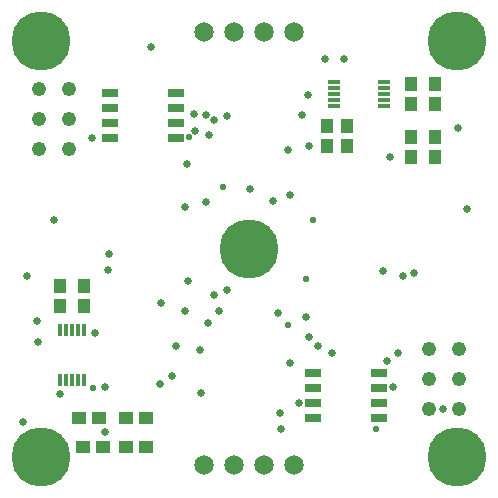
<source format=gbr>
G04 EAGLE Gerber RS-274X export*
G75*
%MOMM*%
%FSLAX34Y34*%
%LPD*%
%INSoldermask Bottom*%
%IPPOS*%
%AMOC8*
5,1,8,0,0,1.08239X$1,22.5*%
G01*
%ADD10C,1.657000*%
%ADD11C,1.221313*%
%ADD12R,1.227000X1.127000*%
%ADD13R,1.127000X1.227000*%
%ADD14R,0.432000X1.016000*%
%ADD15R,1.016000X0.432000*%
%ADD16R,1.327000X0.727000*%
%ADD17C,3.327000*%
%ADD18C,5.000000*%
%ADD19C,0.652000*%
%ADD20C,0.584200*%


D10*
X161900Y16500D03*
X187300Y16500D03*
X212700Y16500D03*
X238100Y16500D03*
D11*
X22300Y335400D03*
X22300Y310000D03*
X22300Y284600D03*
X47700Y335400D03*
X47700Y310000D03*
X47700Y284600D03*
D10*
X161900Y383500D03*
X187300Y383500D03*
X212700Y383500D03*
X238100Y383500D03*
D11*
X352300Y115400D03*
X352300Y90000D03*
X352300Y64600D03*
X377700Y115400D03*
X377700Y90000D03*
X377700Y64600D03*
D12*
X72500Y57000D03*
X55500Y57000D03*
D13*
X265400Y304100D03*
X265400Y287100D03*
X282600Y304300D03*
X282600Y287300D03*
X357000Y322500D03*
X357000Y339500D03*
X337000Y339500D03*
X337000Y322500D03*
X357000Y294500D03*
X357000Y277500D03*
X337000Y277500D03*
X337000Y294500D03*
X60000Y151500D03*
X60000Y168500D03*
X40000Y151500D03*
X40000Y168500D03*
D12*
X112500Y32000D03*
X95500Y32000D03*
X95500Y57000D03*
X112500Y57000D03*
X59500Y32000D03*
X76500Y32000D03*
D14*
X50000Y131055D03*
X55000Y131055D03*
X45000Y131055D03*
X60000Y131055D03*
X40000Y131055D03*
X50000Y88945D03*
X55000Y88945D03*
X60000Y88945D03*
X45000Y88945D03*
X40000Y88945D03*
D15*
X271945Y331000D03*
X271945Y336000D03*
X271945Y326000D03*
X271945Y341000D03*
X271945Y321000D03*
X314055Y331000D03*
X314055Y336000D03*
X314055Y341000D03*
X314055Y326000D03*
X314055Y321000D03*
D16*
X138000Y332050D03*
X138000Y319350D03*
X138000Y306650D03*
X138000Y293950D03*
X82000Y293950D03*
X82000Y306650D03*
X82000Y319350D03*
X82000Y332050D03*
X310000Y95050D03*
X310000Y82350D03*
X310000Y69650D03*
X310000Y56950D03*
X254000Y56950D03*
X254000Y69650D03*
X254000Y82350D03*
X254000Y95050D03*
D17*
X24000Y24000D03*
D18*
X24000Y24000D03*
D17*
X200000Y200000D03*
D18*
X200000Y200000D03*
D17*
X24000Y376000D03*
D18*
X24000Y376000D03*
D17*
X376000Y376000D03*
D18*
X376000Y376000D03*
D17*
X376000Y24000D03*
D18*
X376000Y24000D03*
D19*
X148000Y173000D03*
X270400Y111700D03*
X264300Y360400D03*
X377000Y302000D03*
X35000Y224000D03*
X117000Y371000D03*
X364000Y64000D03*
D20*
X307000Y47000D03*
X248000Y174000D03*
X253900Y224400D03*
X68000Y82000D03*
X233000Y135000D03*
X177900Y252000D03*
X149000Y295000D03*
D19*
X313343Y181300D03*
X339400Y179600D03*
X124600Y85500D03*
X20800Y120700D03*
X147300Y271900D03*
X249700Y330300D03*
X227000Y47000D03*
X280000Y361000D03*
X8000Y53000D03*
X69000Y129000D03*
X20000Y139000D03*
X78000Y83000D03*
X384000Y234000D03*
X154380Y299380D03*
X319200Y277400D03*
X12000Y177000D03*
X40000Y77000D03*
X78000Y45000D03*
X250419Y286961D03*
X181000Y165000D03*
X258300Y117600D03*
X326000Y112000D03*
X322000Y83000D03*
X159000Y78000D03*
X158000Y114343D03*
X226000Y61000D03*
X242000Y69000D03*
X317000Y105000D03*
X146000Y147000D03*
X174000Y147000D03*
X125000Y154000D03*
X81600Y195700D03*
X224000Y146000D03*
X80700Y181600D03*
X138000Y118000D03*
X165000Y137000D03*
X330200Y176500D03*
X134500Y92500D03*
X146000Y235000D03*
X248300Y142600D03*
X220000Y240000D03*
X181000Y312343D03*
X67000Y293950D03*
X153000Y314000D03*
X233000Y284000D03*
X163000Y313000D03*
X250200Y125100D03*
X234400Y103400D03*
X170000Y309000D03*
X244600Y313200D03*
X166000Y296000D03*
X234900Y245200D03*
X170393Y160493D03*
X163500Y239800D03*
X201000Y250800D03*
M02*

</source>
